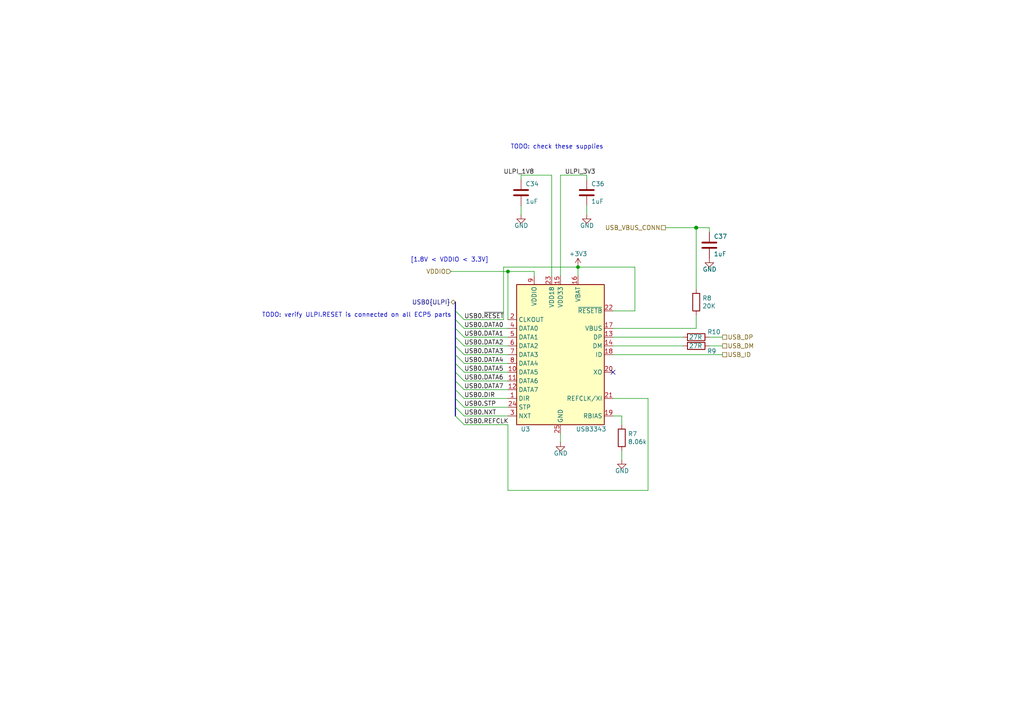
<source format=kicad_sch>
(kicad_sch (version 20231120) (generator "eeschema") (generator_version "8.0")
  (paper "A4")
  (title_block (title "SoldierCrab") (date "${DATE}") (rev "${VERSION}") (company "S.Holzapfel, apfelaudio UG (haftungsbeschränkt)") (comment 1 "Licensed under the CERN-OHL-S v2"))
  (lib_symbols
    (symbol "Device:C" (pin_numbers hide) (pin_names (offset 0.254))
      (property "Reference" "C" (at 0.635 2.54 0))
      (property "Value" "C" (at 0.635 -2.54 0))
      (symbol "C_0_1"
        (polyline (pts (xy -2.032 -0.762) (xy 2.032 -0.762)) (stroke (width 0.508)))
        (polyline (pts (xy -2.032 0.762) (xy 2.032 0.762)) (stroke (width 0.508)))
      )
      (symbol "C_1_1"
        (pin passive line (at 0 3.81 270) (length 2.794) (name "~") (number "1"))
        (pin passive line (at 0 -3.81 90) (length 2.794) (name "~") (number "2"))
      )
    )
    (symbol "Device:R" (pin_numbers hide) (pin_names (offset 0))
      (property "Reference" "R" (at 2.032 0 90))
      (property "Value" "R" (at 0 0 90))
      (symbol "R_0_1"
        (rectangle (start -1.016 -2.54) (end 1.016 2.54) (stroke (width 0.254)))
      )
      (symbol "R_1_1"
        (pin passive line (at 0 3.81 270) (length 1.27) (name "~") (number "1"))
        (pin passive line (at 0 -3.81 90) (length 1.27) (name "~") (number "2"))
      )
    )
    (symbol "Interface_USB:USB3343"
      (property "Reference" "U" (at 0 2.54 0))
      (property "Value" "USB3343" (at 0 0 0))
      (symbol "USB3343_0_1"
        (rectangle (start -12.7 20.32) (end 12.7 -20.32) (stroke (width 0.254)) (fill (type background)))
      )
      (symbol "USB3343_1_1"
        (pin output line (at 15.24 -12.7 180) (length 2.54) (name "DIR") (number "1"))
        (pin bidirectional line (at 15.24 -5.08 180) (length 2.54) (name "DATA5") (number "10"))
        (pin bidirectional line (at 15.24 -7.62 180) (length 2.54) (name "DATA6") (number "11"))
        (pin bidirectional line (at 15.24 -10.16 180) (length 2.54) (name "DATA7") (number "12"))
        (pin bidirectional line (at -15.24 5.08 0) (length 2.54) (name "DP") (number "13"))
        (pin bidirectional line (at -15.24 2.54 0) (length 2.54) (name "DM") (number "14"))
        (pin power_out line (at 0 22.86 270) (length 2.54) (name "VDD33") (number "15"))
        (pin power_in line (at -5.08 22.86 270) (length 2.54) (name "VBAT") (number "16"))
        (pin input line (at -15.24 7.62 0) (length 2.54) (name "VBUS") (number "17"))
        (pin input line (at -15.24 0 0) (length 2.54) (name "ID") (number "18"))
        (pin passive line (at -15.24 -17.78 0) (length 2.54) (name "RBIAS") (number "19"))
        (pin output line (at 15.24 10.16 180) (length 2.54) (name "CLKOUT") (number "2"))
        (pin output line (at -15.24 -5.08 0) (length 2.54) (name "XO") (number "20"))
        (pin input line (at -15.24 -12.7 0) (length 2.54) (name "REFCLK/XI") (number "21"))
        (pin input line (at -15.24 12.7 0) (length 2.54) (name "~{RESETB}") (number "22"))
        (pin power_out line (at 2.54 22.86 270) (length 2.54) (name "VDD18") (number "23"))
        (pin input line (at 15.24 -15.24 180) (length 2.54) (name "STP") (number "24"))
        (pin power_in line (at 0 -22.86 90) (length 2.54) (name "GND") (number "25"))
        (pin output line (at 15.24 -17.78 180) (length 2.54) (name "NXT") (number "3"))
        (pin bidirectional line (at 15.24 7.62 180) (length 2.54) (name "DATA0") (number "4"))
        (pin bidirectional line (at 15.24 5.08 180) (length 2.54) (name "DATA1") (number "5"))
        (pin bidirectional line (at 15.24 2.54 180) (length 2.54) (name "DATA2") (number "6"))
        (pin bidirectional line (at 15.24 0 180) (length 2.54) (name "DATA3") (number "7"))
        (pin bidirectional line (at 15.24 -2.54 180) (length 2.54) (name "DATA4") (number "8"))
        (pin power_in line (at 7.62 22.86 270) (length 2.54) (name "VDDIO") (number "9"))
      )
    )
    (symbol "power:+3V3" (power) (pin_names (offset 0))
      (property "Value" "+3V3" (at 0 3.556 0))
      (symbol "+3V3_0_1"
        (polyline (pts (xy -0.762 1.27) (xy 0 2.54)))
        (polyline (pts (xy 0 0) (xy 0 2.54)))
        (polyline (pts (xy 0 2.54) (xy 0.762 1.27)))
      )
      (symbol "+3V3_1_1"
        (pin power_in line (at 0 0 90) (length 0) hide (name "+3V3") (number "1"))
      )
    )
    (symbol "power:GND" (power) (pin_names (offset 0))
      (property "Value" "GND" (at 0 -3.81 0))
      (symbol "GND_0_1"
        (polyline (pts (xy 0 0) (xy 0 -1.27) (xy 1.27 -1.27) (xy 0 -2.54) (xy -1.27 -1.27) (xy 0 -1.27)))
      )
      (symbol "GND_1_1"
        (pin power_in line (at 0 0 270) (length 0) hide (name "GND") (number "1"))
      )
    )
  )
  (junction (at 147.32 78.74))
  (junction (at 167.64 77.47))
  (junction (at 201.93 66.04) (diameter 1.016))
  (no_connect (at 177.8 107.95))
  (bus_entry (at 132.08 95.25) (size 2.54 2.54))
  (bus_entry (at 132.08 102.87) (size 2.54 2.54))
  (bus_entry (at 132.08 92.71) (size 2.54 2.54))
  (bus_entry (at 132.08 90.17) (size 2.54 2.54))
  (bus_entry (at 132.08 107.95) (size 2.54 2.54))
  (bus_entry (at 132.08 115.57) (size 2.54 2.54))
  (bus_entry (at 132.08 120.65) (size 2.54 2.54))
  (bus_entry (at 132.08 97.79) (size 2.54 2.54))
  (bus_entry (at 132.08 100.33) (size 2.54 2.54))
  (bus_entry (at 132.08 105.41) (size 2.54 2.54))
  (bus_entry (at 132.08 113.03) (size 2.54 2.54))
  (bus_entry (at 132.08 118.11) (size 2.54 2.54))
  (bus_entry (at 132.08 110.49) (size 2.54 2.54))
  (wire (pts (xy 177.8 100.33) (xy 198.12 100.33)))
  (wire (pts (xy 177.8 102.87) (xy 209.55 102.87)))
  (wire (pts (xy 177.8 90.17) (xy 184.15 90.17)))
  (wire (pts (xy 177.8 115.57) (xy 187.96 115.57)))
  (wire (pts (xy 134.62 115.57) (xy 147.32 115.57)))
  (wire (pts (xy 146.05 92.71) (xy 146.05 77.47)))
  (wire (pts (xy 177.8 97.79) (xy 198.12 97.79)))
  (wire (pts (xy 205.74 97.79) (xy 209.55 97.79)))
  (wire (pts (xy 170.18 50.8) (xy 170.18 52.07)))
  (wire (pts (xy 151.13 62.23) (xy 151.13 59.69)))
  (bus (pts (xy 132.08 105.41) (xy 132.08 107.95)))
  (wire (pts (xy 177.8 95.25) (xy 201.93 95.25)))
  (wire (pts (xy 167.64 77.47) (xy 184.15 77.47)))
  (bus (pts (xy 132.08 102.87) (xy 132.08 105.41)))
  (wire (pts (xy 184.15 77.47) (xy 184.15 90.17)))
  (wire (pts (xy 162.56 50.8) (xy 162.56 80.01)))
  (wire (pts (xy 134.62 120.65) (xy 147.32 120.65)))
  (wire (pts (xy 147.32 123.19) (xy 134.62 123.19)))
  (wire (pts (xy 134.62 105.41) (xy 147.32 105.41)))
  (wire (pts (xy 151.13 50.8) (xy 151.13 52.07)))
  (wire (pts (xy 147.32 78.74) (xy 154.94 78.74)))
  (bus (pts (xy 132.08 92.71) (xy 132.08 95.25)))
  (wire (pts (xy 134.62 102.87) (xy 147.32 102.87)))
  (wire (pts (xy 201.93 66.04) (xy 201.93 83.82)))
  (wire (pts (xy 134.62 92.71) (xy 146.05 92.71)))
  (wire (pts (xy 146.05 77.47) (xy 167.64 77.47)))
  (wire (pts (xy 160.02 50.8) (xy 160.02 80.01)))
  (wire (pts (xy 170.18 62.23) (xy 170.18 59.69)))
  (wire (pts (xy 134.62 107.95) (xy 147.32 107.95)))
  (wire (pts (xy 205.74 66.04) (xy 205.74 67.31)))
  (wire (pts (xy 193.04 66.04) (xy 201.93 66.04)))
  (bus (pts (xy 132.08 90.17) (xy 132.08 92.71)))
  (wire (pts (xy 130.81 78.74) (xy 147.32 78.74)))
  (wire (pts (xy 170.18 50.8) (xy 162.56 50.8)))
  (wire (pts (xy 147.32 78.74) (xy 147.32 92.71)))
  (wire (pts (xy 205.74 100.33) (xy 209.55 100.33)))
  (wire (pts (xy 180.34 120.65) (xy 177.8 120.65)))
  (wire (pts (xy 187.96 142.24) (xy 147.32 142.24)))
  (bus (pts (xy 132.08 115.57) (xy 132.08 118.11)))
  (bus (pts (xy 132.08 107.95) (xy 132.08 110.49)))
  (wire (pts (xy 134.62 97.79) (xy 147.32 97.79)))
  (wire (pts (xy 167.64 77.47) (xy 167.64 80.01)))
  (wire (pts (xy 180.34 130.81) (xy 180.34 133.35)))
  (wire (pts (xy 134.62 100.33) (xy 147.32 100.33)))
  (wire (pts (xy 134.62 110.49) (xy 147.32 110.49)))
  (bus (pts (xy 132.08 87.63) (xy 132.08 90.17)))
  (wire (pts (xy 201.93 66.04) (xy 205.74 66.04)))
  (bus (pts (xy 132.08 110.49) (xy 132.08 113.03)))
  (wire (pts (xy 154.94 80.01) (xy 154.94 78.74)))
  (wire (pts (xy 134.62 95.25) (xy 147.32 95.25)))
  (bus (pts (xy 132.08 118.11) (xy 132.08 120.65)))
  (wire (pts (xy 134.62 113.03) (xy 147.32 113.03)))
  (wire (pts (xy 160.02 50.8) (xy 151.13 50.8)))
  (wire (pts (xy 134.62 118.11) (xy 147.32 118.11)))
  (wire (pts (xy 162.56 125.73) (xy 162.56 128.27)))
  (bus (pts (xy 132.08 97.79) (xy 132.08 100.33)))
  (bus (pts (xy 132.08 113.03) (xy 132.08 115.57)))
  (wire (pts (xy 147.32 142.24) (xy 147.32 123.19)))
  (wire (pts (xy 201.93 91.44) (xy 201.93 95.25)))
  (bus (pts (xy 132.08 100.33) (xy 132.08 102.87)))
  (wire (pts (xy 180.34 123.19) (xy 180.34 120.65)))
  (bus (pts (xy 132.08 95.25) (xy 132.08 97.79)))
  (wire (pts (xy 187.96 115.57) (xy 187.96 142.24)))
  (text "TODO: verify ULPI.RESET is connected on all ECP5 parts" (at 75.946 92.202 0) (effects (font (size 1.27 1.27)) (justify left bottom)))
  (text "TODO: check these supplies" (at 161.544 42.672 0) (effects (font (size 1.27 1.27))))
  (text "[1.8V < VDDIO < 3.3V]" (at 141.732 76.2 0) (effects (font (size 1.27 1.27)) (justify right bottom)))
  (label "USB0.STP" (at 134.62 118.11 0))
  (label "USB0.DIR" (at 134.62 115.57 0))
  (label "USB0.DATA3" (at 134.62 102.87 0))
  (label "USB0.NXT" (at 134.62 120.65 0))
  (label "ULPI_1V8" (at 154.94 50.8 180))
  (label "USB0.REFCLK" (at 134.62 123.19 0))
  (label "USB0.~{RESET}" (at 134.62 92.71 0))
  (label "USB0.DATA6" (at 134.62 110.49 0))
  (label "USB0.DATA1" (at 134.62 97.79 0))
  (label "USB0.DATA7" (at 134.62 113.03 0))
  (label "USB0.DATA5" (at 134.62 107.95 0))
  (label "USB0.DATA2" (at 134.62 100.33 0))
  (label "ULPI_3V3" (at 163.83 50.8 0))
  (label "USB0.DATA4" (at 134.62 105.41 0))
  (label "USB0.DATA0" (at 134.62 95.25 0))
  (hierarchical_label "USB_DP" (shape passive) (at 209.55 97.79 0))
  (hierarchical_label "USB_DM" (shape passive) (at 209.55 100.33 0))
  (hierarchical_label "VDDIO" (shape input) (at 130.81 78.74 180))
  (hierarchical_label "USB0{ULPI}" (shape bidirectional) (at 132.08 87.63 180))
  (hierarchical_label "USB_ID" (shape passive) (at 209.55 102.87 0))
  (hierarchical_label "USB_VBUS_CONN" (shape passive) (at 193.04 66.04 180))
  (symbol (lib_id "power:GND") (at 162.56 128.27 0) (unit 1)
    (property "Reference" "#PWR021" (effects (hide yes)))
    (property "Value" "GND" (at 162.6362 131.4704 0))
  )
  (symbol (lib_id "Device:R") (at 201.93 87.63 180) (unit 1)
    (property "Reference" "R8" (at 203.708 86.487 0) (effects (justify right)))
    (property "Value" "20K" (at 203.708 88.773 0) (effects (justify right)))
    (property "Footprint" "Resistor_SMD:R_0402_1005Metric" (effects (hide yes)))
    (property "Mfg" "Yageo" (effects (hide yes)))
    (property "lcsc#" "C93942" (effects (hide yes)))
  )
  (symbol (lib_id "power:GND") (at 170.18 62.23 0) (unit 1)
    (property "Reference" "#PWR023" (effects (hide yes)))
    (property "Value" "GND" (at 170.2562 65.4304 0))
  )
  (symbol (lib_id "Device:R") (at 201.93 97.79 270) (unit 1)
    (property "Reference" "R10" (at 209.042 96.266 90) (effects (justify right)))
    (property "Value" "27R" (at 203.708 97.79 90) (effects (justify right)))
    (property "Footprint" "Resistor_SMD:R_0201_0603Metric" (effects (hide yes)))
    (property "Mfg" "Yageo" (effects (hide yes)))
    (property "lcsc#" "C270320" (effects (hide yes)))
  )
  (symbol (lib_id "Device:R") (at 201.93 100.33 270) (unit 1)
    (property "Reference" "R9" (at 207.772 101.854 90) (effects (justify right)))
    (property "Value" "27R" (at 203.708 100.33 90) (effects (justify right)))
    (property "Footprint" "Resistor_SMD:R_0201_0603Metric" (effects (hide yes)))
    (property "Mfg" "Yageo" (effects (hide yes)))
    (property "lcsc#" "C270320" (effects (hide yes)))
  )
  (symbol (lib_id "power:+3V3") (at 167.64 77.47 0) (unit 1)
    (property "Reference" "#PWR022" (effects (hide yes)))
    (property "Value" "+3V3" (at 167.6781 73.6282 0))
  )
  (symbol (lib_id "power:GND") (at 151.13 62.23 0) (unit 1)
    (property "Reference" "#PWR020" (effects (hide yes)))
    (property "Value" "GND" (at 151.2062 65.4304 0))
  )
  (symbol (lib_id "Device:C") (at 151.13 55.88 0) (unit 1)
    (property "Reference" "C34" (at 152.4 53.34 0) (effects (justify left)))
    (property "Value" "1uF" (at 152.4 58.42 0) (effects (justify left)))
    (property "Footprint" "Capacitor_SMD:C_0201_0603Metric" (effects (hide yes)))
    (property "lcsc#" "C87143" (effects (hide yes)))
  )
  (symbol (lib_id "Interface_USB:USB3343") (at 162.56 102.87 0) (mirror y) (unit 1)
    (property "Reference" "U3" (at 152.4 124.46 0))
    (property "Value" "USB3343" (at 171.45 124.46 0))
    (property "Footprint" "Package_DFN_QFN:QFN-24-1EP_4x4mm_P0.5mm_EP2.6x2.6mm" (effects (hide yes)))
    (property "Datasheet" "http://ww1.microchip.com/downloads/en/DeviceDoc/334x.pdf" (effects (hide yes)))
    (property "Mfg" "Microchip Technology" (effects (hide yes)))
    (property "PN" "USB3343-CP" (effects (hide yes)))
    (property "lcsc#" "C633347" (effects (hide yes)))
  )
  (symbol (lib_id "power:GND") (at 180.34 133.35 0) (unit 1)
    (property "Reference" "#PWR024" (effects (hide yes)))
    (property "Value" "GND" (at 180.4162 136.5504 0))
  )
  (symbol (lib_id "Device:C") (at 205.74 71.12 0) (unit 1)
    (property "Reference" "C37" (at 207.01 68.58 0) (effects (justify left)))
    (property "Value" "1uF" (at 207.01 73.66 0) (effects (justify left)))
    (property "Footprint" "Capacitor_SMD:C_0201_0603Metric" (effects (hide yes)))
    (property "lcsc#" "C87143" (effects (hide yes)))
  )
  (symbol (lib_id "Device:R") (at 180.34 127 180) (unit 1)
    (property "Reference" "R7" (at 182.118 125.857 0) (effects (justify right)))
    (property "Value" "8.06k" (at 182.118 128.143 0) (effects (justify right)))
    (property "Footprint" "Resistor_SMD:R_0201_0603Metric" (effects (hide yes)))
    (property "Mfg" "Yageo" (effects (hide yes)))
    (property "lcsc#" "C516470" (effects (hide yes)))
  )
  (symbol (lib_id "power:GND") (at 205.74 74.93 0) (unit 1)
    (property "Reference" "#PWR025" (effects (hide yes)))
    (property "Value" "GND" (at 205.8162 78.1304 0))
  )
  (symbol (lib_id "Device:C") (at 170.18 55.88 0) (unit 1)
    (property "Reference" "C36" (at 171.45 53.34 0) (effects (justify left)))
    (property "Value" "1uF" (at 171.45 58.42 0) (effects (justify left)))
    (property "Footprint" "Capacitor_SMD:C_0201_0603Metric" (effects (hide yes)))
    (property "lcsc#" "C87143" (effects (hide yes)))
  )
)
</source>
